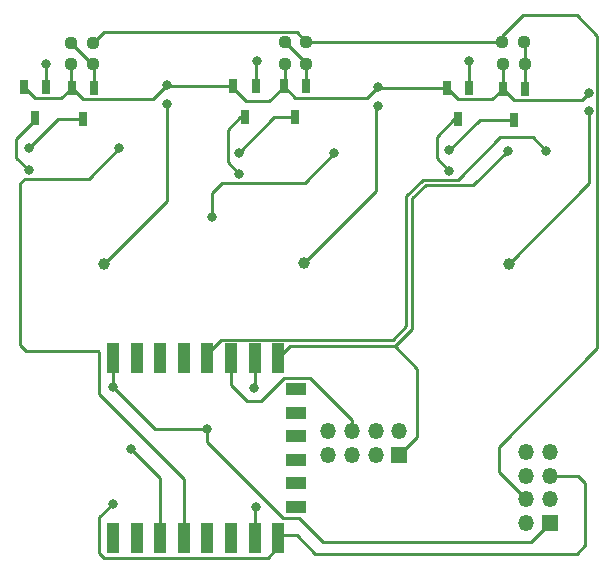
<source format=gbr>
%TF.GenerationSoftware,KiCad,Pcbnew,(6.0.1-0)*%
%TF.CreationDate,2022-03-13T12:33:57+03:30*%
%TF.ProjectId,touch_panel,746f7563-685f-4706-916e-656c2e6b6963,rev?*%
%TF.SameCoordinates,Original*%
%TF.FileFunction,Copper,L2,Bot*%
%TF.FilePolarity,Positive*%
%FSLAX46Y46*%
G04 Gerber Fmt 4.6, Leading zero omitted, Abs format (unit mm)*
G04 Created by KiCad (PCBNEW (6.0.1-0)) date 2022-03-13 12:33:57*
%MOMM*%
%LPD*%
G01*
G04 APERTURE LIST*
G04 Aperture macros list*
%AMRoundRect*
0 Rectangle with rounded corners*
0 $1 Rounding radius*
0 $2 $3 $4 $5 $6 $7 $8 $9 X,Y pos of 4 corners*
0 Add a 4 corners polygon primitive as box body*
4,1,4,$2,$3,$4,$5,$6,$7,$8,$9,$2,$3,0*
0 Add four circle primitives for the rounded corners*
1,1,$1+$1,$2,$3*
1,1,$1+$1,$4,$5*
1,1,$1+$1,$6,$7*
1,1,$1+$1,$8,$9*
0 Add four rect primitives between the rounded corners*
20,1,$1+$1,$2,$3,$4,$5,0*
20,1,$1+$1,$4,$5,$6,$7,0*
20,1,$1+$1,$6,$7,$8,$9,0*
20,1,$1+$1,$8,$9,$2,$3,0*%
G04 Aperture macros list end*
%TA.AperFunction,ComponentPad*%
%ADD10C,1.000000*%
%TD*%
%TA.AperFunction,ComponentPad*%
%ADD11R,1.350000X1.350000*%
%TD*%
%TA.AperFunction,ComponentPad*%
%ADD12O,1.350000X1.350000*%
%TD*%
%TA.AperFunction,SMDPad,CuDef*%
%ADD13RoundRect,0.237500X-0.250000X-0.237500X0.250000X-0.237500X0.250000X0.237500X-0.250000X0.237500X0*%
%TD*%
%TA.AperFunction,SMDPad,CuDef*%
%ADD14R,0.650000X1.220000*%
%TD*%
%TA.AperFunction,SMDPad,CuDef*%
%ADD15RoundRect,0.237500X0.250000X0.237500X-0.250000X0.237500X-0.250000X-0.237500X0.250000X-0.237500X0*%
%TD*%
%TA.AperFunction,SMDPad,CuDef*%
%ADD16R,1.000000X2.500000*%
%TD*%
%TA.AperFunction,SMDPad,CuDef*%
%ADD17R,1.800000X1.000000*%
%TD*%
%TA.AperFunction,ViaPad*%
%ADD18C,0.800000*%
%TD*%
%TA.AperFunction,Conductor*%
%ADD19C,0.250000*%
%TD*%
G04 APERTURE END LIST*
D10*
%TO.P,PAD1,6*%
%TO.N,Net-(C3-Pad1)*%
X132500000Y-103950000D03*
%TD*%
%TO.P,PAD3,6*%
%TO.N,Net-(C1-Pad1)*%
X115600000Y-104000000D03*
%TD*%
D11*
%TO.P,J2,1,Pin_1*%
%TO.N,RST*%
X153350000Y-125950000D03*
D12*
%TO.P,J2,2,Pin_2*%
%TO.N,TX*%
X151350000Y-125950000D03*
%TO.P,J2,3,Pin_3*%
%TO.N,RX*%
X153350000Y-123950000D03*
%TO.P,J2,4,Pin_4*%
%TO.N,BLUELED*%
X151350000Y-123950000D03*
%TO.P,J2,5,Pin_5*%
%TO.N,GND*%
X153350000Y-121950000D03*
%TO.P,J2,6,Pin_6*%
%TO.N,+3V3*%
X151350000Y-121950000D03*
%TO.P,J2,7*%
%TO.N,N/C*%
X153350000Y-119950000D03*
%TO.P,J2,8*%
X151350000Y-119950000D03*
%TD*%
D10*
%TO.P,PAD2,6*%
%TO.N,Net-(C5-Pad1)*%
X149850000Y-104000000D03*
%TD*%
D13*
%TO.P,R15,1*%
%TO.N,BLUELED*%
X149325000Y-85250000D03*
%TO.P,R15,2*%
%TO.N,Net-(Q6-Pad2)*%
X151150000Y-85250000D03*
%TD*%
D14*
%TO.P,Q6,1,E*%
%TO.N,GND*%
X149350000Y-89190000D03*
%TO.P,Q6,2,B*%
%TO.N,Net-(Q6-Pad2)*%
X151250000Y-89190000D03*
%TO.P,Q6,3,C*%
%TO.N,Net-(Q6-Pad3)*%
X150300000Y-91810000D03*
%TD*%
%TO.P,Q1,1,E*%
%TO.N,GND*%
X108800000Y-89040000D03*
%TO.P,Q1,2,B*%
%TO.N,Net-(Q1-Pad2)*%
X110700000Y-89040000D03*
%TO.P,Q1,3,C*%
%TO.N,Net-(Q1-Pad3)*%
X109750000Y-91660000D03*
%TD*%
D15*
%TO.P,R3,1*%
%TO.N,BLUELED*%
X114662500Y-85300000D03*
%TO.P,R3,2*%
%TO.N,Net-(Q2-Pad2)*%
X112837500Y-85300000D03*
%TD*%
D14*
%TO.P,Q3,1,E*%
%TO.N,GND*%
X126550000Y-88940000D03*
%TO.P,Q3,2,B*%
%TO.N,Net-(Q3-Pad2)*%
X128450000Y-88940000D03*
%TO.P,Q3,3,C*%
%TO.N,Net-(Q3-Pad3)*%
X127500000Y-91560000D03*
%TD*%
D13*
%TO.P,R10,1*%
%TO.N,GND*%
X130887500Y-87050000D03*
%TO.P,R10,2*%
%TO.N,Net-(Q4-Pad2)*%
X132712500Y-87050000D03*
%TD*%
D14*
%TO.P,Q4,1,E*%
%TO.N,GND*%
X130800000Y-88990000D03*
%TO.P,Q4,2,B*%
%TO.N,Net-(Q4-Pad2)*%
X132700000Y-88990000D03*
%TO.P,Q4,3,C*%
%TO.N,Net-(Q4-Pad3)*%
X131750000Y-91610000D03*
%TD*%
%TO.P,Q2,1,E*%
%TO.N,GND*%
X112850000Y-89090000D03*
%TO.P,Q2,2,B*%
%TO.N,Net-(Q2-Pad2)*%
X114750000Y-89090000D03*
%TO.P,Q2,3,C*%
%TO.N,Net-(Q2-Pad3)*%
X113800000Y-91710000D03*
%TD*%
D16*
%TO.P,U4,1,~{RST}*%
%TO.N,RST*%
X116350000Y-112000000D03*
%TO.P,U4,2,ADC*%
%TO.N,TEMP*%
X118350000Y-112000000D03*
%TO.P,U4,3,EN*%
%TO.N,+3V3*%
X120350000Y-112000000D03*
%TO.P,U4,4,GPIO16*%
%TO.N,unconnected-(U4-Pad4)*%
X122350000Y-112000000D03*
%TO.P,U4,5,GPIO14*%
%TO.N,Touch 3*%
X124350000Y-112000000D03*
%TO.P,U4,6,GPIO12*%
%TO.N,Relay 3*%
X126350000Y-112000000D03*
%TO.P,U4,7,GPIO13*%
%TO.N,Relay 2*%
X128350000Y-112000000D03*
%TO.P,U4,8,VCC*%
%TO.N,+3V3*%
X130350000Y-112000000D03*
D17*
%TO.P,U4,9,CS0*%
%TO.N,unconnected-(U4-Pad9)*%
X131850000Y-114600000D03*
%TO.P,U4,10,MISO*%
%TO.N,unconnected-(U4-Pad10)*%
X131850000Y-116600000D03*
%TO.P,U4,11,GPIO9*%
%TO.N,unconnected-(U4-Pad11)*%
X131850000Y-118600000D03*
%TO.P,U4,12,GPIO10*%
%TO.N,unconnected-(U4-Pad12)*%
X131850000Y-120600000D03*
%TO.P,U4,13,MOSI*%
%TO.N,unconnected-(U4-Pad13)*%
X131850000Y-122600000D03*
%TO.P,U4,14,SCLK*%
%TO.N,unconnected-(U4-Pad14)*%
X131850000Y-124600000D03*
D16*
%TO.P,U4,15,GND*%
%TO.N,GND*%
X130350000Y-127200000D03*
%TO.P,U4,16,GPIO15*%
%TO.N,Relay 1*%
X128350000Y-127200000D03*
%TO.P,U4,17,GPIO2*%
%TO.N,unconnected-(U4-Pad17)*%
X126350000Y-127200000D03*
%TO.P,U4,18,GPIO0*%
%TO.N,BLUELED*%
X124350000Y-127200000D03*
%TO.P,U4,19,GPIO4*%
%TO.N,Touch 1*%
X122350000Y-127200000D03*
%TO.P,U4,20,GPIO5*%
%TO.N,Touch 2*%
X120350000Y-127200000D03*
%TO.P,U4,21,GPIO3/RXD*%
%TO.N,RX*%
X118350000Y-127200000D03*
%TO.P,U4,22,GPIO1/TXD*%
%TO.N,TX*%
X116350000Y-127200000D03*
%TD*%
D13*
%TO.P,R4,1*%
%TO.N,GND*%
X112837500Y-87050000D03*
%TO.P,R4,2*%
%TO.N,Net-(Q2-Pad2)*%
X114662500Y-87050000D03*
%TD*%
D11*
%TO.P,J1,1,Pin_1*%
%TO.N,+3V3*%
X140600000Y-120150000D03*
D12*
%TO.P,J1,2,Pin_2*%
%TO.N,unconnected-(J1-Pad2)*%
X140600000Y-118150000D03*
%TO.P,J1,3,Pin_3*%
%TO.N,Relay 2*%
X138600000Y-120150000D03*
%TO.P,J1,4,Pin_4*%
%TO.N,Relay 1*%
X138600000Y-118150000D03*
%TO.P,J1,5,Pin_5*%
%TO.N,unconnected-(J1-Pad5)*%
X136600000Y-120150000D03*
%TO.P,J1,6,Pin_6*%
%TO.N,Relay 3*%
X136600000Y-118150000D03*
%TO.P,J1,7,Pin_7*%
%TO.N,TEMP*%
X134600000Y-120150000D03*
%TO.P,J1,8,Pin_8*%
%TO.N,GND*%
X134600000Y-118150000D03*
%TD*%
D13*
%TO.P,R16,1*%
%TO.N,GND*%
X149387500Y-87100000D03*
%TO.P,R16,2*%
%TO.N,Net-(Q6-Pad2)*%
X151212500Y-87100000D03*
%TD*%
D15*
%TO.P,R9,1*%
%TO.N,BLUELED*%
X132725000Y-85200000D03*
%TO.P,R9,2*%
%TO.N,Net-(Q4-Pad2)*%
X130900000Y-85200000D03*
%TD*%
D14*
%TO.P,Q5,1,E*%
%TO.N,GND*%
X144600000Y-89140000D03*
%TO.P,Q5,2,B*%
%TO.N,Net-(Q5-Pad2)*%
X146500000Y-89140000D03*
%TO.P,Q5,3,C*%
%TO.N,Net-(Q5-Pad3)*%
X145550000Y-91760000D03*
%TD*%
D18*
%TO.N,Net-(C1-Pad1)*%
X120900000Y-90500000D03*
%TO.N,GND*%
X156650000Y-89500000D03*
X138750000Y-89000000D03*
X116350000Y-124300000D03*
X120900000Y-88900000D03*
%TO.N,+3V3*%
X149775000Y-94425000D03*
%TO.N,Net-(C3-Pad1)*%
X138750000Y-90600000D03*
%TO.N,Net-(C5-Pad1)*%
X156650000Y-91100000D03*
%TO.N,Touch 1*%
X116887500Y-94225000D03*
%TO.N,Touch 2*%
X117900000Y-119650000D03*
X124750000Y-100050000D03*
X135050000Y-94650000D03*
%TO.N,Touch 3*%
X153000000Y-94425000D03*
%TO.N,Relay 2*%
X128300000Y-114500000D03*
%TO.N,Relay 1*%
X128450000Y-124600000D03*
%TO.N,TEMP*%
X118350000Y-112000000D03*
%TO.N,RST*%
X116350000Y-114400000D03*
X124325000Y-117950000D03*
%TO.N,TX*%
X116350000Y-127200000D03*
%TO.N,RX*%
X118350000Y-127200000D03*
%TO.N,BLUELED*%
X124350000Y-127200000D03*
%TO.N,Net-(Q1-Pad2)*%
X110712500Y-87050000D03*
%TO.N,Net-(Q1-Pad3)*%
X109237500Y-96100000D03*
%TO.N,Net-(Q2-Pad3)*%
X109225000Y-94200000D03*
%TO.N,Net-(Q3-Pad2)*%
X128512500Y-86850000D03*
%TO.N,Net-(Q3-Pad3)*%
X127037500Y-96400000D03*
%TO.N,Net-(Q4-Pad3)*%
X127037500Y-94600000D03*
%TO.N,Net-(Q5-Pad2)*%
X146462500Y-86850000D03*
%TO.N,Net-(Q5-Pad3)*%
X144825000Y-96150000D03*
%TO.N,Net-(Q6-Pad3)*%
X144825000Y-94400000D03*
%TD*%
D19*
%TO.N,Net-(C1-Pad1)*%
X120900000Y-98700000D02*
X120900000Y-90500000D01*
X115600000Y-104000000D02*
X120900000Y-98700000D01*
%TO.N,GND*%
X130887500Y-87050000D02*
X130887500Y-88902500D01*
X149350000Y-87137500D02*
X149387500Y-87100000D01*
X149350000Y-89190000D02*
X150284511Y-90124511D01*
X119775489Y-90024511D02*
X120900000Y-88900000D01*
X108800000Y-89040000D02*
X109734511Y-89974511D01*
X127650000Y-90250000D02*
X126550000Y-89150000D01*
X112850000Y-89090000D02*
X113784511Y-90024511D01*
X138890000Y-89140000D02*
X138750000Y-89000000D01*
X115175020Y-128424980D02*
X115175020Y-125600000D01*
X129450000Y-128900000D02*
X115700000Y-128900000D01*
X130800000Y-88990000D02*
X131734511Y-89924511D01*
X115700000Y-128900000D02*
X115600000Y-128900000D01*
X126550000Y-88940000D02*
X120940000Y-88940000D01*
X144600000Y-89140000D02*
X145534511Y-90074511D01*
X133450000Y-128550000D02*
X155650000Y-128550000D01*
X113784511Y-90024511D02*
X119775489Y-90024511D01*
X115600000Y-128900000D02*
X115150000Y-128450000D01*
X155650000Y-128550000D02*
X156350000Y-127850000D01*
X130800000Y-89050000D02*
X129600000Y-90250000D01*
X115175020Y-125600000D02*
X115175020Y-125474980D01*
X148465489Y-90074511D02*
X149350000Y-89190000D01*
X115175020Y-125474980D02*
X116350000Y-124300000D01*
X150284511Y-90124511D02*
X156025489Y-90124511D01*
X130350000Y-127200000D02*
X130350000Y-128000000D01*
X155700000Y-121950000D02*
X153350000Y-121950000D01*
X126550000Y-89150000D02*
X126550000Y-88940000D01*
X130350000Y-128000000D02*
X129450000Y-128900000D01*
X129600000Y-90250000D02*
X127650000Y-90250000D01*
X145534511Y-90074511D02*
X148465489Y-90074511D01*
X156025489Y-90124511D02*
X156650000Y-89500000D01*
X156350000Y-122600000D02*
X155700000Y-121950000D01*
X144600000Y-89140000D02*
X138890000Y-89140000D01*
X131900000Y-127000000D02*
X130550000Y-127000000D01*
X130800000Y-88990000D02*
X130800000Y-89050000D01*
X130900000Y-87037500D02*
X130887500Y-87050000D01*
X115150000Y-128450000D02*
X115175020Y-128424980D01*
X130887500Y-88902500D02*
X130800000Y-88990000D01*
X137825489Y-89924511D02*
X138750000Y-89000000D01*
X111965489Y-89974511D02*
X112850000Y-89090000D01*
X109734511Y-89974511D02*
X111965489Y-89974511D01*
X131900000Y-127000000D02*
X133450000Y-128550000D01*
X156350000Y-127850000D02*
X156350000Y-122600000D01*
X112837500Y-89077500D02*
X112850000Y-89090000D01*
X112837500Y-87050000D02*
X112837500Y-89077500D01*
X131734511Y-89924511D02*
X137825489Y-89924511D01*
X130550000Y-127000000D02*
X130350000Y-127200000D01*
X120940000Y-88940000D02*
X120900000Y-88900000D01*
X149350000Y-89190000D02*
X149350000Y-87137500D01*
%TO.N,+3V3*%
X141700000Y-98450000D02*
X142825969Y-97324031D01*
X141700000Y-109500000D02*
X141700000Y-98450000D01*
X130350000Y-112000000D02*
X131350000Y-111000000D01*
X140200000Y-111000000D02*
X142100000Y-112900000D01*
X142100000Y-112900000D02*
X142100000Y-118650000D01*
X142100000Y-118650000D02*
X140600000Y-120150000D01*
X131350000Y-111000000D02*
X140200000Y-111000000D01*
X140200000Y-111000000D02*
X141700000Y-109500000D01*
X142825969Y-97324031D02*
X146875969Y-97324031D01*
X146875969Y-97324031D02*
X149775000Y-94425000D01*
%TO.N,Net-(C3-Pad1)*%
X132500000Y-103950000D02*
X138650000Y-97800000D01*
X138650000Y-97800000D02*
X138650000Y-90700000D01*
X138650000Y-90700000D02*
X138750000Y-90600000D01*
%TO.N,Net-(C5-Pad1)*%
X156650000Y-97200000D02*
X156650000Y-91100000D01*
X149850000Y-104000000D02*
X156650000Y-97200000D01*
%TO.N,Touch 1*%
X122350000Y-122200000D02*
X115175020Y-115025020D01*
X108500000Y-97200000D02*
X108875489Y-96824511D01*
X115101784Y-111354980D02*
X108950000Y-111354980D01*
X108950000Y-111354980D02*
X108500000Y-110904980D01*
X108500000Y-110904980D02*
X108500000Y-97200000D01*
X115175020Y-115025020D02*
X115175020Y-111428216D01*
X122350000Y-127200000D02*
X122350000Y-122200000D01*
X114287989Y-96824511D02*
X116887500Y-94225000D01*
X115175020Y-111428216D02*
X115101784Y-111354980D01*
X108875489Y-96824511D02*
X114287989Y-96824511D01*
%TO.N,Touch 2*%
X124750000Y-98000000D02*
X125625489Y-97124511D01*
X124750000Y-100050000D02*
X124750000Y-98000000D01*
X117900000Y-119650000D02*
X120350000Y-122100000D01*
X132575489Y-97124511D02*
X135050000Y-94650000D01*
X125625489Y-97124511D02*
X132575489Y-97124511D01*
X120350000Y-122100000D02*
X120350000Y-127200000D01*
%TO.N,Touch 3*%
X125525489Y-110425489D02*
X140024511Y-110425489D01*
X149150000Y-93300000D02*
X151875000Y-93300000D01*
X142575489Y-96874511D02*
X145575489Y-96874511D01*
X145575489Y-96874511D02*
X149150000Y-93300000D01*
X124350000Y-112000000D02*
X124350000Y-111250000D01*
X141150000Y-98300000D02*
X142575489Y-96874511D01*
X124350000Y-111600978D02*
X125525489Y-110425489D01*
X124350000Y-112000000D02*
X124350000Y-111600978D01*
X140024511Y-110425489D02*
X141150000Y-109300000D01*
X151875000Y-93300000D02*
X153000000Y-94425000D01*
X141150000Y-109300000D02*
X141150000Y-98300000D01*
%TO.N,Relay 2*%
X128350000Y-114450000D02*
X128350000Y-112000000D01*
X128300000Y-114500000D02*
X128350000Y-114450000D01*
%TO.N,Relay 1*%
X128450000Y-124600000D02*
X128350000Y-124700000D01*
X128350000Y-124700000D02*
X128350000Y-127200000D01*
%TO.N,Relay 3*%
X128850000Y-115600000D02*
X127700000Y-115600000D01*
X133054594Y-113650000D02*
X130800000Y-113650000D01*
X136600000Y-117195406D02*
X133054594Y-113650000D01*
X127700000Y-115600000D02*
X126350000Y-114250000D01*
X130800000Y-113650000D02*
X128850000Y-115600000D01*
X136600000Y-118150000D02*
X136600000Y-117195406D01*
X126350000Y-114250000D02*
X126350000Y-112000000D01*
%TO.N,RST*%
X151750000Y-127550000D02*
X134100000Y-127550000D01*
X119900000Y-117950000D02*
X116350000Y-114400000D01*
X124325000Y-117950000D02*
X119900000Y-117950000D01*
X134100000Y-127550000D02*
X132100000Y-125550000D01*
X153350000Y-125950000D02*
X151750000Y-127550000D01*
X116350000Y-112000000D02*
X116350000Y-114400000D01*
X130750978Y-125550000D02*
X124325000Y-119124022D01*
X132100000Y-125550000D02*
X130750978Y-125550000D01*
X124325000Y-119124022D02*
X124325000Y-117950000D01*
%TO.N,BLUELED*%
X149325000Y-85250000D02*
X149325000Y-84725000D01*
X151100000Y-82950000D02*
X155600000Y-82950000D01*
X149000000Y-119500000D02*
X149000000Y-121600000D01*
X157374511Y-84724511D02*
X157374511Y-111125489D01*
X132712500Y-85212500D02*
X132725000Y-85200000D01*
X124350000Y-126450000D02*
X124350000Y-127200000D01*
X157374511Y-111125489D02*
X149000000Y-119500000D01*
X149325000Y-85250000D02*
X132775000Y-85250000D01*
X132725000Y-85200000D02*
X131925480Y-84400480D01*
X132775000Y-85250000D02*
X132725000Y-85200000D01*
X149325000Y-84725000D02*
X151100000Y-82950000D01*
X151350000Y-123950000D02*
X149000000Y-121600000D01*
X115562020Y-84400480D02*
X114662500Y-85300000D01*
X131925480Y-84400480D02*
X115562020Y-84400480D01*
X155600000Y-82950000D02*
X157374511Y-84724511D01*
%TO.N,Net-(Q1-Pad2)*%
X110700000Y-89040000D02*
X110700000Y-87062500D01*
X110700000Y-87062500D02*
X110712500Y-87050000D01*
%TO.N,Net-(Q1-Pad3)*%
X108150000Y-95012500D02*
X109237500Y-96100000D01*
X108150000Y-93450000D02*
X108150000Y-95012500D01*
X109750000Y-91850000D02*
X108150000Y-93450000D01*
X109750000Y-91660000D02*
X109750000Y-91850000D01*
%TO.N,Net-(Q2-Pad2)*%
X114662500Y-87050000D02*
X114587500Y-87050000D01*
X114750000Y-87137500D02*
X114662500Y-87050000D01*
X114750000Y-89090000D02*
X114750000Y-87137500D01*
X114587500Y-87050000D02*
X112837500Y-85300000D01*
%TO.N,Net-(Q2-Pad3)*%
X111715000Y-91710000D02*
X109225000Y-94200000D01*
X113800000Y-91710000D02*
X111715000Y-91710000D01*
%TO.N,Net-(Q3-Pad2)*%
X128450000Y-86912500D02*
X128512500Y-86850000D01*
X128450000Y-88940000D02*
X128450000Y-86912500D01*
%TO.N,Net-(Q3-Pad3)*%
X127140000Y-91560000D02*
X126050000Y-92650000D01*
X126050000Y-95412500D02*
X127037500Y-96400000D01*
X126050000Y-92650000D02*
X126050000Y-95412500D01*
X127500000Y-91560000D02*
X127140000Y-91560000D01*
%TO.N,Net-(Q4-Pad2)*%
X132712500Y-87050000D02*
X132712500Y-87012500D01*
X132700000Y-88990000D02*
X132700000Y-87062500D01*
X132712500Y-87012500D02*
X130900000Y-85200000D01*
X132712500Y-87050000D02*
X132712500Y-87077500D01*
X132700000Y-87062500D02*
X132712500Y-87050000D01*
%TO.N,Net-(Q4-Pad3)*%
X130027500Y-91610000D02*
X127037500Y-94600000D01*
X131750000Y-91610000D02*
X130027500Y-91610000D01*
%TO.N,Net-(Q5-Pad2)*%
X146500000Y-86887500D02*
X146462500Y-86850000D01*
X146500000Y-89140000D02*
X146500000Y-86887500D01*
%TO.N,Net-(Q5-Pad3)*%
X145240000Y-91760000D02*
X143750000Y-93250000D01*
X143750000Y-95075000D02*
X144825000Y-96150000D01*
X145550000Y-91760000D02*
X145240000Y-91760000D01*
X143750000Y-93250000D02*
X143750000Y-95075000D01*
%TO.N,Net-(Q6-Pad2)*%
X151212500Y-85312500D02*
X151150000Y-85250000D01*
X151250000Y-87137500D02*
X151212500Y-87100000D01*
X151212500Y-87100000D02*
X151212500Y-85312500D01*
X151250000Y-89190000D02*
X151250000Y-87137500D01*
%TO.N,Net-(Q6-Pad3)*%
X147415000Y-91810000D02*
X144825000Y-94400000D01*
X150300000Y-91810000D02*
X147415000Y-91810000D01*
%TD*%
M02*

</source>
